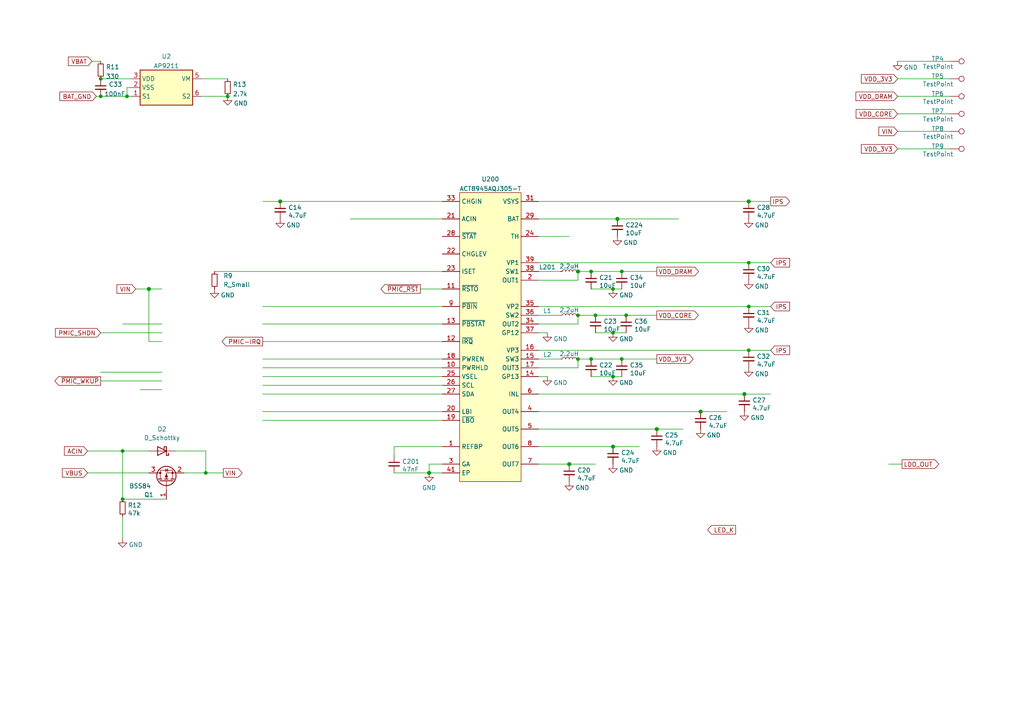
<source format=kicad_sch>
(kicad_sch (version 20211123) (generator eeschema)
  (paper "A4")
  (lib_symbols
    (symbol "Connector:TestPoint" (pin_numbers hide) (pin_names (offset 0.762) hide)
      (property "Reference" "TP" (at 0 6.858 0))
      (property "Value" "TestPoint" (at 0 5.08 0))
      (symbol "TestPoint_0_1"
        (circle (center 0 3.302) (radius 0.762))
      )
      (symbol "TestPoint_1_1"
        (pin passive line (at 0 0 90) (length 2.54) (name "1") (number "1"))
      )
    )
    (symbol "Device:C_Small" (pin_numbers hide) (pin_names (offset 0.254) hide)
      (property "Reference" "C" (at 0.254 1.778 0))
      (property "Value" "C_Small" (at 0.254 -2.032 0))
      (symbol "C_Small_0_1"
        (polyline (pts (xy -1.524 -0.508) (xy 1.524 -0.508)) (stroke (width 0.3302)))
        (polyline (pts (xy -1.524 0.508) (xy 1.524 0.508)) (stroke (width 0.3048)))
      )
      (symbol "C_Small_1_1"
        (pin passive line (at 0 2.54 270) (length 2.032) (name "~") (number "1"))
        (pin passive line (at 0 -2.54 90) (length 2.032) (name "~") (number "2"))
      )
    )
    (symbol "Device:D_Schottky" (pin_numbers hide) (pin_names (offset 1.016) hide)
      (property "Reference" "D" (at 0 2.54 0))
      (property "Value" "D_Schottky" (at 0 -2.54 0))
      (symbol "D_Schottky_0_1"
        (polyline (pts (xy 1.27 0) (xy -1.27 0)))
        (polyline (pts (xy 1.27 1.27) (xy 1.27 -1.27) (xy -1.27 0) (xy 1.27 1.27)) (stroke (width 0.254)))
        (polyline (pts (xy -1.905 0.635) (xy -1.905 1.27) (xy -1.27 1.27) (xy -1.27 -1.27) (xy -0.635 -1.27) (xy -0.635 -0.635)) (stroke (width 0.254)))
      )
      (symbol "D_Schottky_1_1"
        (pin passive line (at -3.81 0 0) (length 2.54) (name "K") (number "1"))
        (pin passive line (at 3.81 0 180) (length 2.54) (name "A") (number "2"))
      )
    )
    (symbol "Device:L_Small" (pin_numbers hide) (pin_names (offset 0.254) hide)
      (property "Reference" "L" (at 0.762 1.016 0))
      (property "Value" "L_Small" (at 0.762 -1.016 0))
      (symbol "L_Small_0_1"
        (arc (start 0 -2.032) (mid 0.508 -1.524) (end 0 -1.016))
        (arc (start 0 -1.016) (mid 0.508 -0.508) (end 0 0))
        (arc (start 0 0) (mid 0.508 0.508) (end 0 1.016))
        (arc (start 0 1.016) (mid 0.508 1.524) (end 0 2.032))
      )
      (symbol "L_Small_1_1"
        (pin passive line (at 0 2.54 270) (length 0.508) (name "~") (number "1"))
        (pin passive line (at 0 -2.54 90) (length 0.508) (name "~") (number "2"))
      )
    )
    (symbol "Device:R_Small" (pin_numbers hide) (pin_names (offset 0.254) hide)
      (property "Reference" "R" (at 0.762 0.508 0))
      (property "Value" "R_Small" (at 0.762 -1.016 0))
      (symbol "R_Small_0_1"
        (rectangle (start -0.762 1.778) (end 0.762 -1.778) (stroke (width 0.2032)))
      )
      (symbol "R_Small_1_1"
        (pin passive line (at 0 2.54 270) (length 0.762) (name "~") (number "1"))
        (pin passive line (at 0 -2.54 90) (length 0.762) (name "~") (number "2"))
      )
    )
    (symbol "Transistor_FET:BSS84" (pin_names hide)
      (property "Reference" "Q" (at 5.08 1.905 0))
      (property "Value" "BSS84" (at 5.08 0 0))
      (symbol "BSS84_0_1"
        (polyline (pts (xy 0.254 0) (xy -2.54 0)))
        (polyline (pts (xy 0.254 1.905) (xy 0.254 -1.905)) (stroke (width 0.254)))
        (polyline (pts (xy 0.762 -1.27) (xy 0.762 -2.286)) (stroke (width 0.254)))
        (polyline (pts (xy 0.762 0.508) (xy 0.762 -0.508)) (stroke (width 0.254)))
        (polyline (pts (xy 0.762 2.286) (xy 0.762 1.27)) (stroke (width 0.254)))
        (polyline (pts (xy 2.54 2.54) (xy 2.54 1.778)))
        (polyline (pts (xy 2.54 -2.54) (xy 2.54 0) (xy 0.762 0)))
        (polyline (pts (xy 0.762 1.778) (xy 3.302 1.778) (xy 3.302 -1.778) (xy 0.762 -1.778)))
        (polyline (pts (xy 2.286 0) (xy 1.27 0.381) (xy 1.27 -0.381) (xy 2.286 0)) (fill (type outline)))
        (polyline (pts (xy 2.794 -0.508) (xy 2.921 -0.381) (xy 3.683 -0.381) (xy 3.81 -0.254)))
        (polyline (pts (xy 3.302 -0.381) (xy 2.921 0.254) (xy 3.683 0.254) (xy 3.302 -0.381)))
        (circle (center 1.651 0) (radius 2.794) (stroke (width 0.254)))
        (circle (center 2.54 -1.778) (radius 0.254) (fill (type outline)))
        (circle (center 2.54 1.778) (radius 0.254) (fill (type outline)))
      )
      (symbol "BSS84_1_1"
        (pin input line (at -5.08 0 0) (length 2.54) (name "G") (number "1"))
        (pin passive line (at 2.54 -5.08 90) (length 2.54) (name "S") (number "2"))
        (pin passive line (at 2.54 5.08 270) (length 2.54) (name "D") (number "3"))
      )
    )
    (symbol "diodes:AP9211"
      (property "Reference" "U" (at -7.62 6.35 0))
      (property "Value" "AP9211" (at 6.35 6.35 0))
      (symbol "AP9211_0_1"
        (rectangle (start -7.62 5.08) (end 7.62 -5.08) (stroke (width 0.254)) (fill (type background)))
      )
      (symbol "AP9211_1_1"
        (pin output line (at -10.16 -2.54 0) (length 2.54) (name "S1") (number "1"))
        (pin power_in line (at -10.16 0 0) (length 2.54) (name "VSS") (number "2"))
        (pin power_in line (at -10.16 2.54 0) (length 2.54) (name "VDD") (number "3"))
        (pin passive line (at 10.16 2.54 180) (length 2.54) (name "VM") (number "5"))
        (pin output line (at 10.16 -2.54 180) (length 2.54) (name "S2") (number "6"))
      )
    )
    (symbol "power:GND" (power) (pin_names (offset 0))
      (property "Value" "GND" (at 0 -3.81 0))
      (symbol "GND_0_1"
        (polyline (pts (xy 0 0) (xy 0 -1.27) (xy 1.27 -1.27) (xy 0 -2.54) (xy -1.27 -1.27) (xy 0 -1.27)))
      )
      (symbol "GND_1_1"
        (pin power_in line (at 0 0 270) (length 0) hide (name "GND") (number "1"))
      )
    )
    (symbol "qorvo:ACT8945A"
      (property "Reference" "U" (at -3.81 2.54 0))
      (property "Value" "ACT8945A" (at 5.08 2.54 0))
      (symbol "ACT8945A_0_1"
        (rectangle (start -10.16 0) (end 7.62 -83.82) (stroke (width 0.1524)) (fill (type background)))
      )
      (symbol "ACT8945A_1_1"
        (pin passive line (at -15.24 -73.66 0) (length 5.08) (name "REFBP") (number "1"))
        (pin passive line (at -15.24 -50.8 0) (length 5.08) (name "PWRHLD") (number "10"))
        (pin passive line (at -15.24 -27.94 0) (length 5.08) (name "~{RSTO}") (number "11"))
        (pin passive line (at -15.24 -43.18 0) (length 5.08) (name "~{IRQ}") (number "12"))
        (pin passive line (at -15.24 -38.1 0) (length 5.08) (name "~{PBSTAT}") (number "13"))
        (pin passive line (at 12.7 -53.34 180) (length 5.08) (name "GP13") (number "14"))
        (pin passive line (at 12.7 -48.26 180) (length 5.08) (name "SW3") (number "15"))
        (pin passive line (at 12.7 -45.72 180) (length 5.08) (name "VP3") (number "16"))
        (pin passive line (at 12.7 -50.8 180) (length 5.08) (name "OUT3") (number "17"))
        (pin passive line (at -15.24 -48.26 0) (length 5.08) (name "PWREN") (number "18"))
        (pin passive line (at -15.24 -66.04 0) (length 5.08) (name "~{LBO}") (number "19"))
        (pin passive line (at 12.7 -25.4 180) (length 5.08) (name "OUT1") (number "2"))
        (pin passive line (at -15.24 -63.5 0) (length 5.08) (name "LBI") (number "20"))
        (pin passive line (at -15.24 -7.62 0) (length 5.08) (name "ACIN") (number "21"))
        (pin passive line (at -15.24 -17.78 0) (length 5.08) (name "CHGLEV") (number "22"))
        (pin passive line (at -15.24 -22.86 0) (length 5.08) (name "ISET") (number "23"))
        (pin passive line (at 12.7 -12.7 180) (length 5.08) (name "TH") (number "24"))
        (pin passive line (at -15.24 -53.34 0) (length 5.08) (name "VSEL") (number "25"))
        (pin passive line (at -15.24 -55.88 0) (length 5.08) (name "SCL") (number "26"))
        (pin passive line (at -15.24 -58.42 0) (length 5.08) (name "SDA") (number "27"))
        (pin passive line (at -15.24 -12.7 0) (length 5.08) (name "~{STAT}") (number "28"))
        (pin passive line (at 12.7 -7.62 180) (length 5.08) (name "BAT") (number "29"))
        (pin passive line (at -15.24 -78.74 0) (length 5.08) (name "GA") (number "3"))
        (pin passive line (at 12.7 -7.62 180) (length 5.08) hide (name "BAT") (number "30"))
        (pin passive line (at 12.7 -2.54 180) (length 5.08) (name "VSYS") (number "31"))
        (pin passive line (at 12.7 -2.54 180) (length 5.08) hide (name "VSYS") (number "32"))
        (pin passive line (at -15.24 -2.54 0) (length 5.08) (name "CHGIN") (number "33"))
        (pin passive line (at 12.7 -38.1 180) (length 5.08) (name "OUT2") (number "34"))
        (pin passive line (at 12.7 -33.02 180) (length 5.08) (name "VP2") (number "35"))
        (pin passive line (at 12.7 -35.56 180) (length 5.08) (name "SW2") (number "36"))
        (pin passive line (at 12.7 -40.64 180) (length 5.08) (name "GP12") (number "37"))
        (pin passive line (at 12.7 -22.86 180) (length 5.08) (name "SW1") (number "38"))
        (pin passive line (at 12.7 -20.32 180) (length 5.08) (name "VP1") (number "39"))
        (pin passive line (at 12.7 -63.5 180) (length 5.08) (name "OUT4") (number "4"))
        (pin passive line (at -15.24 -81.28 0) (length 5.08) (name "EP") (number "41"))
        (pin passive line (at 12.7 -68.58 180) (length 5.08) (name "OUT5") (number "5"))
        (pin passive line (at 12.7 -58.42 180) (length 5.08) (name "INL") (number "6"))
        (pin passive line (at 12.7 -78.74 180) (length 5.08) (name "OUT7") (number "7"))
        (pin passive line (at 12.7 -73.66 180) (length 5.08) (name "OUT6") (number "8"))
        (pin passive line (at -15.24 -33.02 0) (length 5.08) (name "~{PBIN}") (number "9"))
      )
    )
  )
  (junction (at 124.46 137.16) (diameter 1.016))
  (junction (at 217.17 76.2))
  (junction (at 81.28 58.42) (diameter 1.016))
  (junction (at 167.64 91.44))
  (junction (at 190.5 124.46) (diameter 1.016))
  (junction (at 217.17 101.6))
  (junction (at 167.64 78.74) (diameter 1.016))
  (junction (at 177.8 83.82))
  (junction (at 203.2 119.38) (diameter 1.016))
  (junction (at 217.17 58.42) (diameter 1.016))
  (junction (at 29.21 27.94))
  (junction (at 217.17 88.9))
  (junction (at 167.64 104.14))
  (junction (at 180.34 78.74))
  (junction (at 171.45 104.14))
  (junction (at 165.1 134.62) (diameter 1.016))
  (junction (at 43.18 83.82) (diameter 1.016))
  (junction (at 181.61 91.44))
  (junction (at 172.72 91.44))
  (junction (at 215.9 114.3) (diameter 1.016))
  (junction (at 29.21 22.86))
  (junction (at 177.8 96.52))
  (junction (at 35.56 144.78))
  (junction (at 59.69 137.16))
  (junction (at 36.83 27.94))
  (junction (at 177.8 129.54) (diameter 1.016))
  (junction (at 35.56 130.81))
  (junction (at 179.07 63.5) (diameter 1.016))
  (junction (at 66.04 27.94))
  (junction (at 177.8 109.22))
  (junction (at 171.45 78.74))
  (junction (at 180.34 104.14))
  (wire (pts (xy 190.5 124.46) (xy 198.12 124.46)))
  (wire (pts (xy 257.81 134.62) (xy 261.62 134.62)))
  (wire (pts (xy 179.07 63.5) (xy 196.85 63.5)))
  (wire (pts (xy 156.21 63.5) (xy 179.07 63.5)))
  (wire (pts (xy 50.8 130.81) (xy 59.69 130.81)))
  (wire (pts (xy 27.94 27.94) (xy 29.21 27.94)))
  (wire (pts (xy 177.8 96.52) (xy 181.61 96.52)))
  (wire (pts (xy 172.72 96.52) (xy 177.8 96.52)))
  (wire (pts (xy 217.17 58.42) (xy 223.52 58.42)))
  (wire (pts (xy 156.21 58.42) (xy 217.17 58.42)))
  (wire (pts (xy 76.2 104.14) (xy 128.27 104.14)))
  (wire (pts (xy 124.46 137.16) (xy 128.27 137.16)))
  (wire (pts (xy 260.35 27.94) (xy 275.59 27.94)))
  (wire (pts (xy 114.3 129.54) (xy 128.27 129.54)))
  (wire (pts (xy 76.2 106.68) (xy 128.27 106.68)))
  (wire (pts (xy 156.21 91.44) (xy 162.56 91.44)))
  (wire (pts (xy 76.2 119.38) (xy 128.27 119.38)))
  (wire (pts (xy 156.21 81.28) (xy 167.64 81.28)))
  (wire (pts (xy 167.64 78.74) (xy 167.64 81.28)))
  (wire (pts (xy 76.2 111.76) (xy 128.27 111.76)))
  (wire (pts (xy 171.45 109.22) (xy 177.8 109.22)))
  (wire (pts (xy 260.35 22.86) (xy 275.59 22.86)))
  (wire (pts (xy 114.3 137.16) (xy 124.46 137.16)))
  (wire (pts (xy 76.2 109.22) (xy 128.27 109.22)))
  (wire (pts (xy 76.2 58.42) (xy 81.28 58.42)))
  (wire (pts (xy 81.28 58.42) (xy 128.27 58.42)))
  (wire (pts (xy 101.6 63.5) (xy 128.27 63.5)))
  (wire (pts (xy 25.4 137.16) (xy 43.18 137.16)))
  (wire (pts (xy 76.2 121.92) (xy 128.27 121.92)))
  (wire (pts (xy 29.21 96.52) (xy 46.99 96.52)))
  (wire (pts (xy 36.83 25.4) (xy 36.83 27.94)))
  (wire (pts (xy 217.17 101.6) (xy 223.52 101.6)))
  (wire (pts (xy 156.21 101.6) (xy 217.17 101.6)))
  (wire (pts (xy 171.45 83.82) (xy 177.8 83.82)))
  (wire (pts (xy 177.8 83.82) (xy 180.34 83.82)))
  (wire (pts (xy 46.99 99.06) (xy 43.18 99.06)))
  (wire (pts (xy 43.18 99.06) (xy 43.18 83.82)))
  (wire (pts (xy 156.21 78.74) (xy 162.56 78.74)))
  (wire (pts (xy 121.92 83.82) (xy 128.27 83.82)))
  (wire (pts (xy 26.67 17.78) (xy 29.21 17.78)))
  (wire (pts (xy 177.8 109.22) (xy 180.34 109.22)))
  (wire (pts (xy 181.61 91.44) (xy 190.5 91.44)))
  (wire (pts (xy 167.64 91.44) (xy 172.72 91.44)))
  (wire (pts (xy 172.72 91.44) (xy 181.61 91.44)))
  (wire (pts (xy 59.69 130.81) (xy 59.69 137.16)))
  (wire (pts (xy 35.56 130.81) (xy 43.18 130.81)))
  (wire (pts (xy 76.2 93.98) (xy 128.27 93.98)))
  (wire (pts (xy 29.21 27.94) (xy 36.83 27.94)))
  (wire (pts (xy 35.56 144.78) (xy 35.56 130.81)))
  (wire (pts (xy 156.21 109.22) (xy 158.75 109.22)))
  (wire (pts (xy 156.21 104.14) (xy 162.56 104.14)))
  (wire (pts (xy 217.17 88.9) (xy 223.52 88.9)))
  (wire (pts (xy 156.21 88.9) (xy 217.17 88.9)))
  (wire (pts (xy 156.21 96.52) (xy 158.75 96.52)))
  (wire (pts (xy 203.2 119.38) (xy 210.82 119.38)))
  (wire (pts (xy 39.37 83.82) (xy 43.18 83.82)))
  (wire (pts (xy 43.18 83.82) (xy 46.99 83.82)))
  (wire (pts (xy 156.21 129.54) (xy 177.8 129.54)))
  (wire (pts (xy 114.3 129.54) (xy 114.3 132.08)))
  (wire (pts (xy 260.35 38.1) (xy 275.59 38.1)))
  (wire (pts (xy 180.34 78.74) (xy 190.5 78.74)))
  (wire (pts (xy 167.64 78.74) (xy 171.45 78.74)))
  (wire (pts (xy 171.45 78.74) (xy 180.34 78.74)))
  (wire (pts (xy 76.2 114.3) (xy 128.27 114.3)))
  (wire (pts (xy 29.21 107.95) (xy 46.99 107.95)))
  (wire (pts (xy 156.21 124.46) (xy 190.5 124.46)))
  (wire (pts (xy 35.56 93.98) (xy 46.99 93.98)))
  (wire (pts (xy 260.35 43.18) (xy 275.59 43.18)))
  (wire (pts (xy 177.8 129.54) (xy 185.42 129.54)))
  (wire (pts (xy 260.35 17.78) (xy 275.59 17.78)))
  (wire (pts (xy 217.17 76.2) (xy 223.52 76.2)))
  (wire (pts (xy 156.21 76.2) (xy 217.17 76.2)))
  (wire (pts (xy 38.1 25.4) (xy 36.83 25.4)))
  (wire (pts (xy 156.21 68.58) (xy 165.1 68.58)))
  (wire (pts (xy 76.2 99.06) (xy 128.27 99.06)))
  (wire (pts (xy 29.21 110.49) (xy 46.99 110.49)))
  (wire (pts (xy 36.83 27.94) (xy 38.1 27.94)))
  (wire (pts (xy 180.34 104.14) (xy 190.5 104.14)))
  (wire (pts (xy 167.64 104.14) (xy 171.45 104.14)))
  (wire (pts (xy 171.45 104.14) (xy 180.34 104.14)))
  (wire (pts (xy 156.21 119.38) (xy 203.2 119.38)))
  (wire (pts (xy 62.23 78.74) (xy 128.27 78.74)))
  (wire (pts (xy 156.21 93.98) (xy 167.64 93.98)))
  (wire (pts (xy 167.64 91.44) (xy 167.64 93.98)))
  (wire (pts (xy 25.4 130.81) (xy 35.56 130.81)))
  (wire (pts (xy 35.56 149.86) (xy 35.56 156.21)))
  (wire (pts (xy 215.9 114.3) (xy 223.52 114.3)))
  (wire (pts (xy 156.21 114.3) (xy 215.9 114.3)))
  (wire (pts (xy 48.26 144.78) (xy 35.56 144.78)))
  (wire (pts (xy 260.35 33.02) (xy 275.59 33.02)))
  (wire (pts (xy 156.21 134.62) (xy 165.1 134.62)))
  (wire (pts (xy 59.69 137.16) (xy 53.34 137.16)))
  (wire (pts (xy 40.64 113.03) (xy 46.99 113.03)))
  (wire (pts (xy 58.42 22.86) (xy 66.04 22.86)))
  (wire (pts (xy 165.1 134.62) (xy 172.72 134.62)))
  (wire (pts (xy 29.21 22.86) (xy 38.1 22.86)))
  (wire (pts (xy 58.42 27.94) (xy 66.04 27.94)))
  (wire (pts (xy 167.64 106.68) (xy 167.64 104.14)))
  (wire (pts (xy 156.21 106.68) (xy 167.64 106.68)))
  (wire (pts (xy 59.69 137.16) (xy 64.77 137.16)))
  (wire (pts (xy 128.27 134.62) (xy 124.46 134.62)))
  (wire (pts (xy 124.46 134.62) (xy 124.46 137.16)))
  (wire (pts (xy 76.2 88.9) (xy 128.27 88.9)))
  (global_label "ACIN" (shape input) (at 25.4 130.81 180) (property "Intersheet References" "${INTERSHEET_REFS}" (effects hide)))
  (global_label "VDD_DRAM" (shape output) (at 190.5 78.74 0) (property "Intersheet References" "${INTERSHEET_REFS}" (effects hide)))
  (global_label "VDD_3V3" (shape output) (at 190.5 104.14 0) (property "Intersheet References" "${INTERSHEET_REFS}" (effects hide)))
  (global_label "VDD_3V3" (shape input) (at 260.35 43.18 180) (property "Intersheet References" "${INTERSHEET_REFS}" (effects hide)))
  (global_label "~{PMIC_WKUP}" (shape output) (at 29.21 110.49 180) (property "Intersheet References" "${INTERSHEET_REFS}" (effects hide)))
  (global_label "VDD_CORE" (shape output) (at 190.5 91.44 0) (property "Intersheet References" "${INTERSHEET_REFS}" (effects hide)))
  (global_label "VIN" (shape output) (at 64.77 137.16 0) (property "Intersheet References" "${INTERSHEET_REFS}" (effects hide)))
  (global_label "VIN" (shape input) (at 260.35 38.1 180) (property "Intersheet References" "${INTERSHEET_REFS}" (effects hide)))
  (global_label "BAT_GND" (shape input) (at 27.94 27.94 180) (property "Intersheet References" "${INTERSHEET_REFS}" (effects hide)))
  (global_label "IPS" (shape input) (at 223.52 88.9 0) (property "Intersheet References" "${INTERSHEET_REFS}" (effects hide)))
  (global_label "VDD_CORE" (shape input) (at 260.35 33.02 180) (property "Intersheet References" "${INTERSHEET_REFS}" (effects hide)))
  (global_label "IPS" (shape input) (at 223.52 101.6 0) (property "Intersheet References" "${INTERSHEET_REFS}" (effects hide)))
  (global_label "LED_K" (shape output) (at 213.36 153.67 180) (property "Intersheet References" "${INTERSHEET_REFS}" (effects hide)))
  (global_label "VDD_DRAM" (shape input) (at 260.35 27.94 180) (property "Intersheet References" "${INTERSHEET_REFS}" (effects hide)))
  (global_label "VDD_3V3" (shape input) (at 260.35 22.86 180) (property "Intersheet References" "${INTERSHEET_REFS}" (effects hide)))
  (global_label "VBUS" (shape input) (at 25.4 137.16 180) (property "Intersheet References" "${INTERSHEET_REFS}" (effects hide)))
  (global_label "~{PMIC_RST}" (shape output) (at 121.92 83.82 180) (property "Intersheet References" "${INTERSHEET_REFS}" (effects hide)))
  (global_label "IPS" (shape output) (at 223.52 58.42 0) (property "Intersheet References" "${INTERSHEET_REFS}" (effects hide)))
  (global_label "IPS" (shape input) (at 223.52 76.2 0) (property "Intersheet References" "${INTERSHEET_REFS}" (effects hide)))
  (global_label "VIN" (shape input) (at 39.37 83.82 180) (property "Intersheet References" "${INTERSHEET_REFS}" (effects hide)))
  (global_label "PMIC_SHDN" (shape input) (at 29.21 96.52 180) (property "Intersheet References" "${INTERSHEET_REFS}" (effects hide)))
  (global_label "LDO_OUT" (shape output) (at 261.62 134.62 0) (property "Intersheet References" "${INTERSHEET_REFS}" (effects hide)))
  (global_label "PMIC-IRQ" (shape output) (at 76.2 99.06 180) (property "Intersheet References" "${INTERSHEET_REFS}" (effects hide)))
  (global_label "VBAT" (shape input) (at 26.67 17.78 180) (property "Intersheet References" "${INTERSHEET_REFS}" (effects hide)))
  (symbol (lib_id "Device:C_Small") (at 172.72 93.98 0) (unit 1)
    (property "Reference" "C23" (at 175.0442 93.2191 0) (effects (justify left)))
    (property "Value" "10uF" (at 175.0442 95.5178 0) (effects (justify left)))
    (property "Footprint" "Capacitor_SMD:C_0603_1608Metric" (effects hide))
    (property "Datasheet" "~{}" (effects hide))
  )
  (symbol (lib_id "Device:C_Small") (at 217.17 104.14 0) (unit 1)
    (property "Reference" "C32" (at 219.4942 103.3791 0) (effects (justify left)))
    (property "Value" "4.7uF" (at 219.4942 105.6778 0) (effects (justify left)))
    (property "Footprint" "Capacitor_SMD:C_0603_1608Metric" (effects hide))
    (property "Datasheet" "~{}" (effects hide))
  )
  (symbol (lib_id "power:GND") (at 158.75 96.52 0) (unit 1)
    (property "Reference" "#PWR0108" (effects hide))
    (property "Value" "GND" (at 162.56 98.3044 0))
  )
  (symbol (lib_id "power:GND") (at 217.17 81.28 0) (unit 1)
    (property "Reference" "#PWR0145" (effects hide))
    (property "Value" "GND" (at 220.98 83.0644 0))
  )
  (symbol (lib_id "power:GND") (at 217.17 106.68 0) (unit 1)
    (property "Reference" "#PWR0133" (effects hide))
    (property "Value" "GND" (at 220.98 108.4644 0))
  )
  (symbol (lib_id "Device:C_Small") (at 177.8 132.08 0) (unit 1)
    (property "Reference" "C24" (at 180.1242 131.3191 0) (effects (justify left)))
    (property "Value" "4.7uF" (at 180.1242 133.6178 0) (effects (justify left)))
    (property "Footprint" "Capacitor_SMD:C_0603_1608Metric" (effects hide))
    (property "Datasheet" "~{}" (effects hide))
  )
  (symbol (lib_id "Transistor_FET:BSS84") (at 48.26 139.7 90) (unit 1)
    (property "Reference" "Q1" (at 43.18 143.51 90))
    (property "Value" "BSS84" (at 40.64 140.97 90))
    (property "Footprint" "Package_TO_SOT_SMD:SOT-23" (effects hide))
    (property "Datasheet" "http://assets.nexperia.com/documents/data-sheet/BSS84.pdf" (effects hide))
  )
  (symbol (lib_id "power:GND") (at 165.1 139.7 0) (unit 1)
    (property "Reference" "#PWR0144" (effects hide))
    (property "Value" "GND" (at 168.91 141.4844 0))
  )
  (symbol (lib_id "power:GND") (at 177.8 83.82 0) (unit 1)
    (property "Reference" "#PWR0138" (effects hide))
    (property "Value" "GND" (at 181.61 85.6044 0))
  )
  (symbol (lib_id "power:GND") (at 260.35 17.78 0) (unit 1)
    (property "Reference" "#PWR0126" (effects hide))
    (property "Value" "GND" (at 264.16 19.5644 0))
  )
  (symbol (lib_id "Connector:TestPoint") (at 275.59 33.02 270) (unit 1)
    (property "Reference" "TP7" (at 270.1291 32.2591 90) (effects (justify left)))
    (property "Value" "TestPoint" (at 267.5891 34.5578 90) (effects (justify left)))
    (property "Footprint" "TestPoint:TestPoint_Pad_D1.0mm" (effects hide))
    (property "Datasheet" "~{}" (effects hide))
  )
  (symbol (lib_id "power:GND") (at 62.23 83.82 0) (unit 1)
    (property "Reference" "#PWR0110" (effects hide))
    (property "Value" "GND" (at 66.04 85.6044 0))
  )
  (symbol (lib_id "power:GND") (at 215.9 119.38 0) (unit 1)
    (property "Reference" "#PWR0136" (effects hide))
    (property "Value" "GND" (at 219.71 121.1644 0))
  )
  (symbol (lib_id "power:GND") (at 81.28 63.5 0) (unit 1)
    (property "Reference" "#PWR0109" (effects hide))
    (property "Value" "GND" (at 85.09 65.2844 0))
  )
  (symbol (lib_id "Device:L_Small") (at 165.1 104.14 90) (unit 1)
    (property "Reference" "L2" (at 158.75 102.8658 90))
    (property "Value" "2.2uH" (at 165.1 102.6245 90))
    (property "Footprint" "Inductor_SMD:L_Wuerth_MAPI-2510" (effects hide))
    (property "Datasheet" "~{}" (effects hide))
  )
  (symbol (lib_id "Device:C_Small") (at 217.17 60.96 0) (unit 1)
    (property "Reference" "C28" (at 219.4942 60.1991 0) (effects (justify left)))
    (property "Value" "4.7uF" (at 219.4942 62.4978 0) (effects (justify left)))
    (property "Footprint" "Capacitor_SMD:C_0603_1608Metric" (effects hide))
    (property "Datasheet" "~{}" (effects hide))
  )
  (symbol (lib_id "power:GND") (at 190.5 129.54 0) (unit 1)
    (property "Reference" "#PWR0140" (effects hide))
    (property "Value" "GND" (at 194.31 131.3244 0))
  )
  (symbol (lib_id "Device:C_Small") (at 190.5 127 0) (unit 1)
    (property "Reference" "C25" (at 192.8242 126.2391 0) (effects (justify left)))
    (property "Value" "4.7uF" (at 192.8242 128.5378 0) (effects (justify left)))
    (property "Footprint" "Capacitor_SMD:C_0603_1608Metric" (effects hide))
    (property "Datasheet" "~{}" (effects hide))
  )
  (symbol (lib_id "Device:R_Small") (at 29.21 20.32 0) (unit 1)
    (property "Reference" "R11" (at 30.7087 19.4115 0) (effects (justify left)))
    (property "Value" "330" (at 30.7087 22.1866 0) (effects (justify left)))
    (property "Footprint" "Resistor_SMD:R_0402_1005Metric" (effects hide))
  )
  (symbol (lib_id "Device:L_Small") (at 165.1 91.44 90) (unit 1)
    (property "Reference" "L1" (at 158.75 90.1658 90))
    (property "Value" "2.2uH" (at 165.1 89.9245 90))
    (property "Footprint" "Inductor_SMD:L_Wuerth_MAPI-2510" (effects hide))
    (property "Datasheet" "~{}" (effects hide))
  )
  (symbol (lib_id "power:GND") (at 35.56 156.21 0) (unit 1)
    (property "Reference" "#PWR0146" (effects hide))
    (property "Value" "GND" (at 39.37 157.9944 0))
  )
  (symbol (lib_id "Device:L_Small") (at 165.1 78.74 90) (unit 1)
    (property "Reference" "L201" (at 158.75 77.4658 90))
    (property "Value" "2.2uH" (at 165.1 77.2245 90))
    (property "Footprint" "Inductor_SMD:L_Wuerth_MAPI-2510" (effects hide))
    (property "Datasheet" "~{}" (effects hide))
  )
  (symbol (lib_id "Connector:TestPoint") (at 275.59 43.18 270) (unit 1)
    (property "Reference" "TP9" (at 270.1291 42.4191 90) (effects (justify left)))
    (property "Value" "TestPoint" (at 267.5891 44.7178 90) (effects (justify left)))
    (property "Footprint" "TestPoint:TestPoint_Pad_D1.0mm" (effects hide))
    (property "Datasheet" "~{}" (effects hide))
  )
  (symbol (lib_id "Connector:TestPoint") (at 275.59 17.78 270) (unit 1)
    (property "Reference" "TP4" (at 270.1291 17.0191 90) (effects (justify left)))
    (property "Value" "TestPoint" (at 267.5891 19.3178 90) (effects (justify left)))
    (property "Footprint" "TestPoint:TestPoint_Pad_D1.0mm" (effects hide))
    (property "Datasheet" "~{}" (effects hide))
  )
  (symbol (lib_id "power:GND") (at 66.04 27.94 0) (unit 1)
    (property "Reference" "#PWR0147" (effects hide))
    (property "Value" "GND" (at 69.85 29.9626 0))
  )
  (symbol (lib_id "Connector:TestPoint") (at 275.59 27.94 270) (unit 1)
    (property "Reference" "TP6" (at 270.1291 27.1791 90) (effects (justify left)))
    (property "Value" "TestPoint" (at 267.5891 29.4778 90) (effects (justify left)))
    (property "Footprint" "TestPoint:TestPoint_Pad_D1.0mm" (effects hide))
    (property "Datasheet" "~{}" (effects hide))
  )
  (symbol (lib_id "Device:C_Small") (at 29.21 25.4 0) (unit 1)
    (property "Reference" "C33" (at 31.5342 24.4915 0) (effects (justify left)))
    (property "Value" "100nF" (at 30.2642 27.2666 0) (effects (justify left)))
    (property "Footprint" "Capacitor_SMD:C_0402_1005Metric" (effects hide))
  )
  (symbol (lib_id "Device:R_Small") (at 66.04 25.4 0) (unit 1)
    (property "Reference" "R13" (at 67.5387 24.4915 0) (effects (justify left)))
    (property "Value" "2.7k" (at 67.5387 27.2666 0) (effects (justify left)))
    (property "Footprint" "Resistor_SMD:R_0402_1005Metric" (effects hide))
  )
  (symbol (lib_id "Connector:TestPoint") (at 275.59 38.1 270) (unit 1)
    (property "Reference" "TP8" (at 270.1291 37.3391 90) (effects (justify left)))
    (property "Value" "TestPoint" (at 267.5891 39.6378 90) (effects (justify left)))
    (property "Footprint" "TestPoint:TestPoint_Pad_D1.0mm" (effects hide))
    (property "Datasheet" "~{}" (effects hide))
  )
  (symbol (lib_id "Device:D_Schottky") (at 46.99 130.81 180) (unit 1)
    (property "Reference" "D2" (at 46.99 124.46 0))
    (property "Value" "D_Schottky" (at 46.99 127 0))
    (property "Footprint" "Diode_SMD:D_SOD-323" (effects hide))
  )
  (symbol (lib_id "Device:C_Small") (at 171.45 81.28 0) (unit 1)
    (property "Reference" "C21" (at 173.7742 80.5191 0) (effects (justify left)))
    (property "Value" "10uF" (at 173.7742 82.8178 0) (effects (justify left)))
    (property "Footprint" "Capacitor_SMD:C_0603_1608Metric" (effects hide))
    (property "Datasheet" "~{}" (effects hide))
  )
  (symbol (lib_id "power:GND") (at 217.17 63.5 0) (unit 1)
    (property "Reference" "#PWR0139" (effects hide))
    (property "Value" "GND" (at 220.98 65.2844 0))
  )
  (symbol (lib_id "Device:R_Small") (at 62.23 81.28 0) (unit 1)
    (property "Reference" "R9" (at 64.77 80.0099 0) (effects (justify left)))
    (property "Value" "R_Small" (at 64.77 82.5499 0) (effects (justify left)))
    (property "Footprint" "Resistor_SMD:R_0402_1005Metric" (effects hide))
  )
  (symbol (lib_id "power:GND") (at 158.75 109.22 0) (unit 1)
    (property "Reference" "#PWR0107" (effects hide))
    (property "Value" "GND" (at 162.56 111.0044 0))
  )
  (symbol (lib_id "diodes:AP9211") (at 48.26 25.4 0) (unit 1)
    (property "Reference" "U2" (at 48.26 16.3534 0))
    (property "Value" "AP9211" (at 48.26 19.1285 0))
    (property "Footprint" "diodes:DFN-2030-6" (effects hide))
  )
  (symbol (lib_id "Device:R_Small") (at 35.56 147.32 0) (unit 1)
    (property "Reference" "R12" (at 37.0587 146.5591 0) (effects (justify left)))
    (property "Value" "47k" (at 37.0587 148.8578 0) (effects (justify left)))
    (property "Footprint" "Resistor_SMD:R_0402_1005Metric" (effects hide))
    (property "Datasheet" "~{}" (effects hide))
  )
  (symbol (lib_id "power:GND") (at 124.46 137.16 0) (unit 1)
    (property "Reference" "#PWR0111" (effects hide))
    (property "Value" "GND" (at 124.46 141.4844 0))
  )
  (symbol (lib_id "Device:C_Small") (at 217.17 78.74 0) (unit 1)
    (property "Reference" "C30" (at 219.4942 77.9791 0) (effects (justify left)))
    (property "Value" "4.7uF" (at 219.4942 80.2778 0) (effects (justify left)))
    (property "Footprint" "Capacitor_SMD:C_0603_1608Metric" (effects hide))
    (property "Datasheet" "~{}" (effects hide))
  )
  (symbol (lib_id "Device:C_Small") (at 171.45 106.68 0) (unit 1)
    (property "Reference" "C22" (at 173.7742 105.9191 0) (effects (justify left)))
    (property "Value" "10uF" (at 173.7742 108.2178 0) (effects (justify left)))
    (property "Footprint" "Capacitor_SMD:C_0603_1608Metric" (effects hide))
    (property "Datasheet" "~{}" (effects hide))
  )
  (symbol (lib_id "Device:C_Small") (at 180.34 81.28 0) (unit 1)
    (property "Reference" "C34" (at 182.6642 80.5191 0) (effects (justify left)))
    (property "Value" "10uF" (at 182.6642 82.8178 0) (effects (justify left)))
    (property "Footprint" "Capacitor_SMD:C_0603_1608Metric" (effects hide))
    (property "Datasheet" "~{}" (effects hide))
  )
  (symbol (lib_id "power:GND") (at 177.8 109.22 0) (unit 1)
    (property "Reference" "#PWR0135" (effects hide))
    (property "Value" "GND" (at 181.61 111.0044 0))
  )
  (symbol (lib_id "power:GND") (at 177.8 134.62 0) (unit 1)
    (property "Reference" "#PWR0143" (effects hide))
    (property "Value" "GND" (at 181.61 136.4044 0))
  )
  (symbol (lib_id "Device:C_Small") (at 81.28 60.96 0) (unit 1)
    (property "Reference" "C14" (at 83.6042 60.1991 0) (effects (justify left)))
    (property "Value" "4.7uF" (at 83.6042 62.4978 0) (effects (justify left)))
    (property "Footprint" "Capacitor_SMD:C_0603_1608Metric" (effects hide))
    (property "Datasheet" "~{}" (effects hide))
  )
  (symbol (lib_id "power:GND") (at 177.8 96.52 0) (unit 1)
    (property "Reference" "#PWR0142" (effects hide))
    (property "Value" "GND" (at 181.61 98.3044 0))
  )
  (symbol (lib_id "Device:C_Small") (at 114.3 134.62 0) (unit 1)
    (property "Reference" "C201" (at 116.6242 133.8591 0) (effects (justify left)))
    (property "Value" "47nF" (at 116.6242 136.1578 0) (effects (justify left)))
    (property "Footprint" "Capacitor_SMD:C_0402_1005Metric" (effects hide))
    (property "Datasheet" "~{}" (effects hide))
  )
  (symbol (lib_id "Device:C_Small") (at 181.61 93.98 0) (unit 1)
    (property "Reference" "C36" (at 183.9342 93.2191 0) (effects (justify left)))
    (property "Value" "10uF" (at 183.9342 95.5178 0) (effects (justify left)))
    (property "Footprint" "Capacitor_SMD:C_0603_1608Metric" (effects hide))
    (property "Datasheet" "~{}" (effects hide))
  )
  (symbol (lib_id "Device:C_Small") (at 215.9 116.84 0) (unit 1)
    (property "Reference" "C27" (at 218.2242 116.0791 0) (effects (justify left)))
    (property "Value" "4.7uF" (at 218.2242 118.3778 0) (effects (justify left)))
    (property "Footprint" "Capacitor_SMD:C_0603_1608Metric" (effects hide))
    (property "Datasheet" "~{}" (effects hide))
  )
  (symbol (lib_id "Connector:TestPoint") (at 275.59 22.86 270) (unit 1)
    (property "Reference" "TP5" (at 270.1291 22.0991 90) (effects (justify left)))
    (property "Value" "TestPoint" (at 267.5891 24.3978 90) (effects (justify left)))
    (property "Footprint" "TestPoint:TestPoint_Pad_D1.0mm" (effects hide))
    (property "Datasheet" "~{}" (effects hide))
  )
  (symbol (lib_id "Device:C_Small") (at 179.07 66.04 0) (unit 1)
    (property "Reference" "C224" (at 181.3942 65.2791 0) (effects (justify left)))
    (property "Value" "10uF" (at 181.3942 67.5778 0) (effects (justify left)))
    (property "Footprint" "Capacitor_SMD:C_0603_1608Metric" (effects hide))
    (property "Datasheet" "~{}" (effects hide))
  )
  (symbol (lib_id "power:GND") (at 203.2 124.46 0) (unit 1)
    (property "Reference" "#PWR0137" (effects hide))
    (property "Value" "GND" (at 207.01 126.2444 0))
  )
  (symbol (lib_id "Device:C_Small") (at 203.2 121.92 0) (unit 1)
    (property "Reference" "C26" (at 205.5242 121.1591 0) (effects (justify left)))
    (property "Value" "4.7uF" (at 205.5242 123.4578 0) (effects (justify left)))
    (property "Footprint" "Capacitor_SMD:C_0603_1608Metric" (effects hide))
    (property "Datasheet" "~{}" (effects hide))
  )
  (symbol (lib_id "qorvo:ACT8945A") (at 143.51 55.88 0) (unit 1)
    (property "Reference" "U200" (at 142.24 51.9642 0))
    (property "Value" "ACT8945AQJ305-T" (at 142.24 54.7393 0))
    (property "Footprint" "Package_DFN_QFN:TQFN-40-1EP_5x5mm_P0.4mm_EP3.5x3.5mm_ThermalVias" (effects hide))
  )
  (symbol (lib_id "Device:C_Small") (at 217.17 91.44 0) (unit 1)
    (property "Reference" "C31" (at 219.4942 90.6791 0) (effects (justify left)))
    (property "Value" "4.7uF" (at 219.4942 92.9778 0) (effects (justify left)))
    (property "Footprint" "Capacitor_SMD:C_0603_1608Metric" (effects hide))
    (property "Datasheet" "~{}" (effects hide))
  )
  (symbol (lib_id "power:GND") (at 179.07 68.58 0) (unit 1)
    (property "Reference" "#PWR0141" (effects hide))
    (property "Value" "GND" (at 182.88 70.3644 0))
  )
  (symbol (lib_id "power:GND") (at 217.17 93.98 0) (unit 1)
    (property "Reference" "#PWR0117" (effects hide))
    (property "Value" "GND" (at 220.98 95.7644 0))
  )
  (symbol (lib_id "Device:C_Small") (at 180.34 106.68 0) (unit 1)
    (property "Reference" "C35" (at 182.6642 105.9191 0) (effects (justify left)))
    (property "Value" "10uF" (at 182.6642 108.2178 0) (effects (justify left)))
    (property "Footprint" "Capacitor_SMD:C_0603_1608Metric" (effects hide))
    (property "Datasheet" "~{}" (effects hide))
  )
  (symbol (lib_id "Device:C_Small") (at 165.1 137.16 0) (unit 1)
    (property "Reference" "C20" (at 167.4242 136.3991 0) (effects (justify left)))
    (property "Value" "4.7uF" (at 167.4242 138.6978 0) (effects (justify left)))
    (property "Footprint" "Capacitor_SMD:C_0603_1608Metric" (effects hide))
    (property "Datasheet" "~{}" (effects hide))
  )
)
</source>
